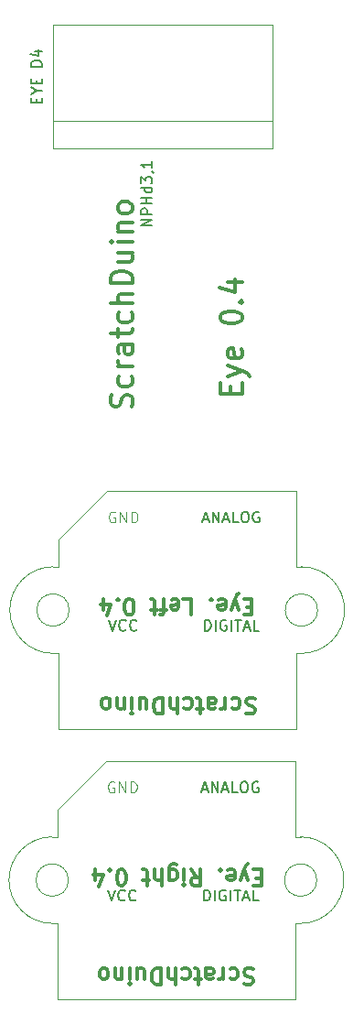
<source format=gbr>
G04 (created by PCBNEW (2013-may-18)-stable) date Пт 28 авг 2015 20:05:46*
%MOIN*%
G04 Gerber Fmt 3.4, Leading zero omitted, Abs format*
%FSLAX34Y34*%
G01*
G70*
G90*
G04 APERTURE LIST*
%ADD10C,0.00393701*%
%ADD11C,0.011811*%
%ADD12C,0.00590551*%
%ADD13C,0.00492126*%
G04 APERTURE END LIST*
G54D10*
G54D11*
X14227Y-26720D02*
X14030Y-26720D01*
X13946Y-26410D02*
X14227Y-26410D01*
X14227Y-27001D01*
X13946Y-27001D01*
X13749Y-26804D02*
X13609Y-26410D01*
X13468Y-26804D02*
X13609Y-26410D01*
X13665Y-26270D01*
X13693Y-26242D01*
X13749Y-26214D01*
X13018Y-26439D02*
X13074Y-26410D01*
X13187Y-26410D01*
X13243Y-26439D01*
X13271Y-26495D01*
X13271Y-26720D01*
X13243Y-26776D01*
X13187Y-26804D01*
X13074Y-26804D01*
X13018Y-26776D01*
X12990Y-26720D01*
X12990Y-26664D01*
X13271Y-26607D01*
X12737Y-26467D02*
X12709Y-26439D01*
X12737Y-26410D01*
X12765Y-26439D01*
X12737Y-26467D01*
X12737Y-26410D01*
X11724Y-26410D02*
X12006Y-26410D01*
X12006Y-27001D01*
X11303Y-26439D02*
X11359Y-26410D01*
X11471Y-26410D01*
X11528Y-26439D01*
X11556Y-26495D01*
X11556Y-26720D01*
X11528Y-26776D01*
X11471Y-26804D01*
X11359Y-26804D01*
X11303Y-26776D01*
X11275Y-26720D01*
X11275Y-26664D01*
X11556Y-26607D01*
X11106Y-26804D02*
X10881Y-26804D01*
X11021Y-26410D02*
X11021Y-26917D01*
X10993Y-26973D01*
X10937Y-27001D01*
X10881Y-27001D01*
X10768Y-26804D02*
X10543Y-26804D01*
X10684Y-27001D02*
X10684Y-26495D01*
X10656Y-26439D01*
X10600Y-26410D01*
X10543Y-26410D01*
X9784Y-27001D02*
X9728Y-27001D01*
X9672Y-26973D01*
X9643Y-26945D01*
X9615Y-26889D01*
X9587Y-26776D01*
X9587Y-26635D01*
X9615Y-26523D01*
X9643Y-26467D01*
X9672Y-26439D01*
X9728Y-26410D01*
X9784Y-26410D01*
X9840Y-26439D01*
X9868Y-26467D01*
X9897Y-26523D01*
X9925Y-26635D01*
X9925Y-26776D01*
X9897Y-26889D01*
X9868Y-26945D01*
X9840Y-26973D01*
X9784Y-27001D01*
X9334Y-26467D02*
X9306Y-26439D01*
X9334Y-26410D01*
X9362Y-26439D01*
X9334Y-26467D01*
X9334Y-26410D01*
X8800Y-26804D02*
X8800Y-26410D01*
X8940Y-27029D02*
X9081Y-26607D01*
X8715Y-26607D01*
X14348Y-30039D02*
X14263Y-30010D01*
X14123Y-30010D01*
X14066Y-30039D01*
X14038Y-30067D01*
X14010Y-30123D01*
X14010Y-30179D01*
X14038Y-30235D01*
X14066Y-30264D01*
X14123Y-30292D01*
X14235Y-30320D01*
X14291Y-30348D01*
X14319Y-30376D01*
X14348Y-30432D01*
X14348Y-30489D01*
X14319Y-30545D01*
X14291Y-30573D01*
X14235Y-30601D01*
X14094Y-30601D01*
X14010Y-30573D01*
X13504Y-30039D02*
X13560Y-30010D01*
X13673Y-30010D01*
X13729Y-30039D01*
X13757Y-30067D01*
X13785Y-30123D01*
X13785Y-30292D01*
X13757Y-30348D01*
X13729Y-30376D01*
X13673Y-30404D01*
X13560Y-30404D01*
X13504Y-30376D01*
X13251Y-30010D02*
X13251Y-30404D01*
X13251Y-30292D02*
X13223Y-30348D01*
X13195Y-30376D01*
X13138Y-30404D01*
X13082Y-30404D01*
X12632Y-30010D02*
X12632Y-30320D01*
X12660Y-30376D01*
X12717Y-30404D01*
X12829Y-30404D01*
X12885Y-30376D01*
X12632Y-30039D02*
X12688Y-30010D01*
X12829Y-30010D01*
X12885Y-30039D01*
X12913Y-30095D01*
X12913Y-30151D01*
X12885Y-30207D01*
X12829Y-30235D01*
X12688Y-30235D01*
X12632Y-30264D01*
X12435Y-30404D02*
X12210Y-30404D01*
X12351Y-30601D02*
X12351Y-30095D01*
X12323Y-30039D01*
X12267Y-30010D01*
X12210Y-30010D01*
X11760Y-30039D02*
X11817Y-30010D01*
X11929Y-30010D01*
X11985Y-30039D01*
X12014Y-30067D01*
X12042Y-30123D01*
X12042Y-30292D01*
X12014Y-30348D01*
X11985Y-30376D01*
X11929Y-30404D01*
X11817Y-30404D01*
X11760Y-30376D01*
X11507Y-30010D02*
X11507Y-30601D01*
X11254Y-30010D02*
X11254Y-30320D01*
X11282Y-30376D01*
X11339Y-30404D01*
X11423Y-30404D01*
X11479Y-30376D01*
X11507Y-30348D01*
X10973Y-30010D02*
X10973Y-30601D01*
X10832Y-30601D01*
X10748Y-30573D01*
X10692Y-30517D01*
X10664Y-30460D01*
X10636Y-30348D01*
X10636Y-30264D01*
X10664Y-30151D01*
X10692Y-30095D01*
X10748Y-30039D01*
X10832Y-30010D01*
X10973Y-30010D01*
X10129Y-30404D02*
X10129Y-30010D01*
X10382Y-30404D02*
X10382Y-30095D01*
X10354Y-30039D01*
X10298Y-30010D01*
X10214Y-30010D01*
X10157Y-30039D01*
X10129Y-30067D01*
X9848Y-30010D02*
X9848Y-30404D01*
X9848Y-30601D02*
X9876Y-30573D01*
X9848Y-30545D01*
X9820Y-30573D01*
X9848Y-30601D01*
X9848Y-30545D01*
X9567Y-30404D02*
X9567Y-30010D01*
X9567Y-30348D02*
X9539Y-30376D01*
X9483Y-30404D01*
X9398Y-30404D01*
X9342Y-30376D01*
X9314Y-30320D01*
X9314Y-30010D01*
X8948Y-30010D02*
X9005Y-30039D01*
X9033Y-30067D01*
X9061Y-30123D01*
X9061Y-30292D01*
X9033Y-30348D01*
X9005Y-30376D01*
X8948Y-30404D01*
X8864Y-30404D01*
X8808Y-30376D01*
X8780Y-30348D01*
X8751Y-30292D01*
X8751Y-30123D01*
X8780Y-30067D01*
X8808Y-30039D01*
X8864Y-30010D01*
X8948Y-30010D01*
X14564Y-36571D02*
X14367Y-36571D01*
X14283Y-36262D02*
X14564Y-36262D01*
X14564Y-36853D01*
X14283Y-36853D01*
X14086Y-36656D02*
X13945Y-36262D01*
X13805Y-36656D02*
X13945Y-36262D01*
X14001Y-36121D01*
X14029Y-36093D01*
X14086Y-36065D01*
X13355Y-36290D02*
X13411Y-36262D01*
X13523Y-36262D01*
X13580Y-36290D01*
X13608Y-36346D01*
X13608Y-36571D01*
X13580Y-36628D01*
X13523Y-36656D01*
X13411Y-36656D01*
X13355Y-36628D01*
X13326Y-36571D01*
X13326Y-36515D01*
X13608Y-36459D01*
X13073Y-36318D02*
X13045Y-36290D01*
X13073Y-36262D01*
X13101Y-36290D01*
X13073Y-36318D01*
X13073Y-36262D01*
X12005Y-36262D02*
X12202Y-36543D01*
X12342Y-36262D02*
X12342Y-36853D01*
X12117Y-36853D01*
X12061Y-36824D01*
X12033Y-36796D01*
X12005Y-36740D01*
X12005Y-36656D01*
X12033Y-36600D01*
X12061Y-36571D01*
X12117Y-36543D01*
X12342Y-36543D01*
X11752Y-36262D02*
X11752Y-36656D01*
X11752Y-36853D02*
X11780Y-36824D01*
X11752Y-36796D01*
X11724Y-36824D01*
X11752Y-36853D01*
X11752Y-36796D01*
X11217Y-36656D02*
X11217Y-36178D01*
X11245Y-36121D01*
X11274Y-36093D01*
X11330Y-36065D01*
X11414Y-36065D01*
X11470Y-36093D01*
X11217Y-36290D02*
X11274Y-36262D01*
X11386Y-36262D01*
X11442Y-36290D01*
X11470Y-36318D01*
X11499Y-36375D01*
X11499Y-36543D01*
X11470Y-36600D01*
X11442Y-36628D01*
X11386Y-36656D01*
X11274Y-36656D01*
X11217Y-36628D01*
X10936Y-36262D02*
X10936Y-36853D01*
X10683Y-36262D02*
X10683Y-36571D01*
X10711Y-36628D01*
X10767Y-36656D01*
X10852Y-36656D01*
X10908Y-36628D01*
X10936Y-36600D01*
X10486Y-36656D02*
X10261Y-36656D01*
X10402Y-36853D02*
X10402Y-36346D01*
X10374Y-36290D01*
X10317Y-36262D01*
X10261Y-36262D01*
X9502Y-36853D02*
X9446Y-36853D01*
X9389Y-36824D01*
X9361Y-36796D01*
X9333Y-36740D01*
X9305Y-36628D01*
X9305Y-36487D01*
X9333Y-36375D01*
X9361Y-36318D01*
X9389Y-36290D01*
X9446Y-36262D01*
X9502Y-36262D01*
X9558Y-36290D01*
X9586Y-36318D01*
X9614Y-36375D01*
X9643Y-36487D01*
X9643Y-36628D01*
X9614Y-36740D01*
X9586Y-36796D01*
X9558Y-36824D01*
X9502Y-36853D01*
X9052Y-36318D02*
X9024Y-36290D01*
X9052Y-36262D01*
X9080Y-36290D01*
X9052Y-36318D01*
X9052Y-36262D01*
X8518Y-36656D02*
X8518Y-36262D01*
X8658Y-36881D02*
X8799Y-36459D01*
X8433Y-36459D01*
X14275Y-39890D02*
X14190Y-39862D01*
X14050Y-39862D01*
X13994Y-39890D01*
X13965Y-39918D01*
X13937Y-39975D01*
X13937Y-40031D01*
X13965Y-40087D01*
X13994Y-40115D01*
X14050Y-40143D01*
X14162Y-40171D01*
X14219Y-40200D01*
X14247Y-40228D01*
X14275Y-40284D01*
X14275Y-40340D01*
X14247Y-40396D01*
X14219Y-40424D01*
X14162Y-40453D01*
X14022Y-40453D01*
X13937Y-40424D01*
X13431Y-39890D02*
X13487Y-39862D01*
X13600Y-39862D01*
X13656Y-39890D01*
X13684Y-39918D01*
X13712Y-39975D01*
X13712Y-40143D01*
X13684Y-40200D01*
X13656Y-40228D01*
X13600Y-40256D01*
X13487Y-40256D01*
X13431Y-40228D01*
X13178Y-39862D02*
X13178Y-40256D01*
X13178Y-40143D02*
X13150Y-40200D01*
X13122Y-40228D01*
X13066Y-40256D01*
X13009Y-40256D01*
X12559Y-39862D02*
X12559Y-40171D01*
X12587Y-40228D01*
X12644Y-40256D01*
X12756Y-40256D01*
X12812Y-40228D01*
X12559Y-39890D02*
X12616Y-39862D01*
X12756Y-39862D01*
X12812Y-39890D01*
X12841Y-39946D01*
X12841Y-40003D01*
X12812Y-40059D01*
X12756Y-40087D01*
X12616Y-40087D01*
X12559Y-40115D01*
X12362Y-40256D02*
X12138Y-40256D01*
X12278Y-40453D02*
X12278Y-39946D01*
X12250Y-39890D01*
X12194Y-39862D01*
X12138Y-39862D01*
X11688Y-39890D02*
X11744Y-39862D01*
X11856Y-39862D01*
X11913Y-39890D01*
X11941Y-39918D01*
X11969Y-39975D01*
X11969Y-40143D01*
X11941Y-40200D01*
X11913Y-40228D01*
X11856Y-40256D01*
X11744Y-40256D01*
X11688Y-40228D01*
X11434Y-39862D02*
X11434Y-40453D01*
X11181Y-39862D02*
X11181Y-40171D01*
X11210Y-40228D01*
X11266Y-40256D01*
X11350Y-40256D01*
X11406Y-40228D01*
X11434Y-40200D01*
X10900Y-39862D02*
X10900Y-40453D01*
X10760Y-40453D01*
X10675Y-40424D01*
X10619Y-40368D01*
X10591Y-40312D01*
X10563Y-40200D01*
X10563Y-40115D01*
X10591Y-40003D01*
X10619Y-39946D01*
X10675Y-39890D01*
X10760Y-39862D01*
X10900Y-39862D01*
X10057Y-40256D02*
X10057Y-39862D01*
X10310Y-40256D02*
X10310Y-39946D01*
X10282Y-39890D01*
X10225Y-39862D01*
X10141Y-39862D01*
X10085Y-39890D01*
X10057Y-39918D01*
X9775Y-39862D02*
X9775Y-40256D01*
X9775Y-40453D02*
X9803Y-40424D01*
X9775Y-40396D01*
X9747Y-40424D01*
X9775Y-40453D01*
X9775Y-40396D01*
X9494Y-40256D02*
X9494Y-39862D01*
X9494Y-40200D02*
X9466Y-40228D01*
X9410Y-40256D01*
X9325Y-40256D01*
X9269Y-40228D01*
X9241Y-40171D01*
X9241Y-39862D01*
X8875Y-39862D02*
X8932Y-39890D01*
X8960Y-39918D01*
X8988Y-39975D01*
X8988Y-40143D01*
X8960Y-40200D01*
X8932Y-40228D01*
X8875Y-40256D01*
X8791Y-40256D01*
X8735Y-40228D01*
X8707Y-40200D01*
X8679Y-40143D01*
X8679Y-39975D01*
X8707Y-39918D01*
X8735Y-39890D01*
X8791Y-39862D01*
X8875Y-39862D01*
X13456Y-18943D02*
X13456Y-18681D01*
X13868Y-18568D02*
X13868Y-18943D01*
X13081Y-18943D01*
X13081Y-18568D01*
X13343Y-18306D02*
X13868Y-18118D01*
X13343Y-17931D02*
X13868Y-18118D01*
X14056Y-18193D01*
X14093Y-18231D01*
X14131Y-18306D01*
X13831Y-17331D02*
X13868Y-17406D01*
X13868Y-17556D01*
X13831Y-17631D01*
X13756Y-17668D01*
X13456Y-17668D01*
X13381Y-17631D01*
X13343Y-17556D01*
X13343Y-17406D01*
X13381Y-17331D01*
X13456Y-17293D01*
X13531Y-17293D01*
X13606Y-17668D01*
X13081Y-16206D02*
X13081Y-16131D01*
X13118Y-16056D01*
X13156Y-16018D01*
X13231Y-15981D01*
X13381Y-15943D01*
X13568Y-15943D01*
X13718Y-15981D01*
X13793Y-16018D01*
X13831Y-16056D01*
X13868Y-16131D01*
X13868Y-16206D01*
X13831Y-16281D01*
X13793Y-16318D01*
X13718Y-16356D01*
X13568Y-16393D01*
X13381Y-16393D01*
X13231Y-16356D01*
X13156Y-16318D01*
X13118Y-16281D01*
X13081Y-16206D01*
X13793Y-15606D02*
X13831Y-15568D01*
X13868Y-15606D01*
X13831Y-15643D01*
X13793Y-15606D01*
X13868Y-15606D01*
X13343Y-14894D02*
X13868Y-14894D01*
X13043Y-15081D02*
X13606Y-15268D01*
X13606Y-14781D01*
X9831Y-19430D02*
X9868Y-19318D01*
X9868Y-19130D01*
X9831Y-19055D01*
X9793Y-19018D01*
X9718Y-18980D01*
X9643Y-18980D01*
X9568Y-19018D01*
X9531Y-19055D01*
X9493Y-19130D01*
X9456Y-19280D01*
X9418Y-19355D01*
X9381Y-19393D01*
X9306Y-19430D01*
X9231Y-19430D01*
X9156Y-19393D01*
X9118Y-19355D01*
X9081Y-19280D01*
X9081Y-19093D01*
X9118Y-18980D01*
X9831Y-18305D02*
X9868Y-18380D01*
X9868Y-18530D01*
X9831Y-18605D01*
X9793Y-18643D01*
X9718Y-18680D01*
X9493Y-18680D01*
X9418Y-18643D01*
X9381Y-18605D01*
X9343Y-18530D01*
X9343Y-18380D01*
X9381Y-18305D01*
X9868Y-17968D02*
X9343Y-17968D01*
X9493Y-17968D02*
X9418Y-17930D01*
X9381Y-17893D01*
X9343Y-17818D01*
X9343Y-17743D01*
X9868Y-17143D02*
X9456Y-17143D01*
X9381Y-17181D01*
X9343Y-17256D01*
X9343Y-17406D01*
X9381Y-17481D01*
X9831Y-17143D02*
X9868Y-17218D01*
X9868Y-17406D01*
X9831Y-17481D01*
X9756Y-17518D01*
X9681Y-17518D01*
X9606Y-17481D01*
X9568Y-17406D01*
X9568Y-17218D01*
X9531Y-17143D01*
X9343Y-16881D02*
X9343Y-16581D01*
X9081Y-16768D02*
X9756Y-16768D01*
X9831Y-16731D01*
X9868Y-16656D01*
X9868Y-16581D01*
X9831Y-15981D02*
X9868Y-16056D01*
X9868Y-16206D01*
X9831Y-16281D01*
X9793Y-16318D01*
X9718Y-16356D01*
X9493Y-16356D01*
X9418Y-16318D01*
X9381Y-16281D01*
X9343Y-16206D01*
X9343Y-16056D01*
X9381Y-15981D01*
X9868Y-15643D02*
X9081Y-15643D01*
X9868Y-15306D02*
X9456Y-15306D01*
X9381Y-15343D01*
X9343Y-15418D01*
X9343Y-15531D01*
X9381Y-15606D01*
X9418Y-15643D01*
X9868Y-14931D02*
X9081Y-14931D01*
X9081Y-14743D01*
X9118Y-14631D01*
X9193Y-14556D01*
X9268Y-14518D01*
X9418Y-14481D01*
X9531Y-14481D01*
X9681Y-14518D01*
X9756Y-14556D01*
X9831Y-14631D01*
X9868Y-14743D01*
X9868Y-14931D01*
X9343Y-13806D02*
X9868Y-13806D01*
X9343Y-14143D02*
X9756Y-14143D01*
X9831Y-14106D01*
X9868Y-14031D01*
X9868Y-13918D01*
X9831Y-13843D01*
X9793Y-13806D01*
X9868Y-13431D02*
X9343Y-13431D01*
X9081Y-13431D02*
X9118Y-13469D01*
X9156Y-13431D01*
X9118Y-13394D01*
X9081Y-13431D01*
X9156Y-13431D01*
X9343Y-13056D02*
X9868Y-13056D01*
X9418Y-13056D02*
X9381Y-13019D01*
X9343Y-12944D01*
X9343Y-12831D01*
X9381Y-12756D01*
X9456Y-12719D01*
X9868Y-12719D01*
X9868Y-12231D02*
X9831Y-12306D01*
X9793Y-12344D01*
X9718Y-12381D01*
X9493Y-12381D01*
X9418Y-12344D01*
X9381Y-12306D01*
X9343Y-12231D01*
X9343Y-12119D01*
X9381Y-12044D01*
X9418Y-12006D01*
X9493Y-11969D01*
X9718Y-11969D01*
X9793Y-12006D01*
X9831Y-12044D01*
X9868Y-12119D01*
X9868Y-12231D01*
G54D10*
X16032Y-25246D02*
X15835Y-25246D01*
X15835Y-25246D02*
X15835Y-22490D01*
X15835Y-31152D02*
X15835Y-28396D01*
X15835Y-28396D02*
X16032Y-28396D01*
X6977Y-28396D02*
X7174Y-28396D01*
X7174Y-28396D02*
X7174Y-31152D01*
X6977Y-25246D02*
X7174Y-25246D01*
X7174Y-25246D02*
X7174Y-24459D01*
X16032Y-28396D02*
G75*
G03X17607Y-26821I0J1574D01*
G74*
G01*
X17607Y-26821D02*
G75*
G03X16032Y-25246I-1574J0D01*
G74*
G01*
X5402Y-26821D02*
G75*
G03X6977Y-28396I1574J0D01*
G74*
G01*
X6977Y-25246D02*
G75*
G03X5402Y-26821I0J-1574D01*
G74*
G01*
X7567Y-26821D02*
G75*
G03X7567Y-26821I-590J0D01*
G74*
G01*
X16622Y-26821D02*
G75*
G03X16622Y-26821I-590J0D01*
G74*
G01*
X7174Y-24459D02*
X7174Y-24262D01*
X7174Y-24262D02*
X8945Y-22490D01*
X8945Y-22490D02*
X15835Y-22490D01*
X15835Y-31152D02*
X7174Y-31152D01*
X16002Y-35073D02*
X15805Y-35073D01*
X15805Y-35073D02*
X15805Y-32317D01*
X15805Y-40979D02*
X15805Y-38223D01*
X15805Y-38223D02*
X16002Y-38223D01*
X6947Y-38223D02*
X7144Y-38223D01*
X7144Y-38223D02*
X7144Y-40979D01*
X6947Y-35073D02*
X7144Y-35073D01*
X7144Y-35073D02*
X7144Y-34286D01*
X16002Y-38223D02*
G75*
G03X17577Y-36648I0J1574D01*
G74*
G01*
X17577Y-36648D02*
G75*
G03X16002Y-35073I-1574J0D01*
G74*
G01*
X5372Y-36648D02*
G75*
G03X6947Y-38223I1574J0D01*
G74*
G01*
X6947Y-35073D02*
G75*
G03X5372Y-36648I0J-1574D01*
G74*
G01*
X7537Y-36648D02*
G75*
G03X7537Y-36648I-590J0D01*
G74*
G01*
X16592Y-36648D02*
G75*
G03X16592Y-36648I-590J0D01*
G74*
G01*
X7144Y-34286D02*
X7144Y-34089D01*
X7144Y-34089D02*
X8915Y-32317D01*
X8915Y-32317D02*
X15805Y-32317D01*
X15805Y-40979D02*
X7144Y-40979D01*
X14982Y-9035D02*
X6982Y-9035D01*
X14982Y-9035D02*
X14982Y-5535D01*
X14982Y-5535D02*
X6982Y-5535D01*
X6982Y-5535D02*
X6982Y-10035D01*
X6982Y-10035D02*
X14982Y-10035D01*
X14982Y-10035D02*
X14982Y-9035D01*
G54D12*
X12507Y-27571D02*
X12507Y-27177D01*
X12601Y-27177D01*
X12657Y-27196D01*
X12695Y-27234D01*
X12713Y-27271D01*
X12732Y-27346D01*
X12732Y-27402D01*
X12713Y-27477D01*
X12695Y-27515D01*
X12657Y-27552D01*
X12601Y-27571D01*
X12507Y-27571D01*
X12901Y-27571D02*
X12901Y-27177D01*
X13295Y-27196D02*
X13257Y-27177D01*
X13201Y-27177D01*
X13145Y-27196D01*
X13107Y-27234D01*
X13088Y-27271D01*
X13070Y-27346D01*
X13070Y-27402D01*
X13088Y-27477D01*
X13107Y-27515D01*
X13145Y-27552D01*
X13201Y-27571D01*
X13238Y-27571D01*
X13295Y-27552D01*
X13313Y-27534D01*
X13313Y-27402D01*
X13238Y-27402D01*
X13482Y-27571D02*
X13482Y-27177D01*
X13613Y-27177D02*
X13838Y-27177D01*
X13726Y-27571D02*
X13726Y-27177D01*
X13951Y-27459D02*
X14138Y-27459D01*
X13913Y-27571D02*
X14045Y-27177D01*
X14176Y-27571D01*
X14494Y-27571D02*
X14307Y-27571D01*
X14307Y-27177D01*
X9011Y-27177D02*
X9142Y-27571D01*
X9273Y-27177D01*
X9629Y-27534D02*
X9611Y-27552D01*
X9554Y-27571D01*
X9517Y-27571D01*
X9461Y-27552D01*
X9423Y-27515D01*
X9404Y-27477D01*
X9386Y-27402D01*
X9386Y-27346D01*
X9404Y-27271D01*
X9423Y-27234D01*
X9461Y-27196D01*
X9517Y-27177D01*
X9554Y-27177D01*
X9611Y-27196D01*
X9629Y-27215D01*
X10023Y-27534D02*
X10004Y-27552D01*
X9948Y-27571D01*
X9911Y-27571D01*
X9854Y-27552D01*
X9817Y-27515D01*
X9798Y-27477D01*
X9779Y-27402D01*
X9779Y-27346D01*
X9798Y-27271D01*
X9817Y-27234D01*
X9854Y-27196D01*
X9911Y-27177D01*
X9948Y-27177D01*
X10004Y-27196D01*
X10023Y-27215D01*
X12442Y-23522D02*
X12629Y-23522D01*
X12404Y-23634D02*
X12535Y-23240D01*
X12667Y-23634D01*
X12798Y-23634D02*
X12798Y-23240D01*
X13023Y-23634D01*
X13023Y-23240D01*
X13192Y-23522D02*
X13379Y-23522D01*
X13154Y-23634D02*
X13285Y-23240D01*
X13416Y-23634D01*
X13735Y-23634D02*
X13548Y-23634D01*
X13548Y-23240D01*
X13941Y-23240D02*
X14016Y-23240D01*
X14054Y-23259D01*
X14091Y-23297D01*
X14110Y-23372D01*
X14110Y-23503D01*
X14091Y-23578D01*
X14054Y-23615D01*
X14016Y-23634D01*
X13941Y-23634D01*
X13904Y-23615D01*
X13866Y-23578D01*
X13848Y-23503D01*
X13848Y-23372D01*
X13866Y-23297D01*
X13904Y-23259D01*
X13941Y-23240D01*
X14485Y-23259D02*
X14448Y-23240D01*
X14391Y-23240D01*
X14335Y-23259D01*
X14298Y-23297D01*
X14279Y-23334D01*
X14260Y-23409D01*
X14260Y-23465D01*
X14279Y-23540D01*
X14298Y-23578D01*
X14335Y-23615D01*
X14391Y-23634D01*
X14429Y-23634D01*
X14485Y-23615D01*
X14504Y-23597D01*
X14504Y-23465D01*
X14429Y-23465D01*
G54D13*
X9236Y-23259D02*
X9198Y-23240D01*
X9142Y-23240D01*
X9086Y-23259D01*
X9048Y-23297D01*
X9030Y-23334D01*
X9011Y-23409D01*
X9011Y-23465D01*
X9030Y-23540D01*
X9048Y-23578D01*
X9086Y-23615D01*
X9142Y-23634D01*
X9180Y-23634D01*
X9236Y-23615D01*
X9255Y-23597D01*
X9255Y-23465D01*
X9180Y-23465D01*
X9423Y-23634D02*
X9423Y-23240D01*
X9648Y-23634D01*
X9648Y-23240D01*
X9836Y-23634D02*
X9836Y-23240D01*
X9929Y-23240D01*
X9986Y-23259D01*
X10023Y-23297D01*
X10042Y-23334D01*
X10061Y-23409D01*
X10061Y-23465D01*
X10042Y-23540D01*
X10023Y-23578D01*
X9986Y-23615D01*
X9929Y-23634D01*
X9836Y-23634D01*
G54D12*
X12477Y-37398D02*
X12477Y-37004D01*
X12571Y-37004D01*
X12627Y-37023D01*
X12665Y-37060D01*
X12684Y-37098D01*
X12702Y-37173D01*
X12702Y-37229D01*
X12684Y-37304D01*
X12665Y-37342D01*
X12627Y-37379D01*
X12571Y-37398D01*
X12477Y-37398D01*
X12871Y-37398D02*
X12871Y-37004D01*
X13265Y-37023D02*
X13227Y-37004D01*
X13171Y-37004D01*
X13115Y-37023D01*
X13077Y-37060D01*
X13058Y-37098D01*
X13040Y-37173D01*
X13040Y-37229D01*
X13058Y-37304D01*
X13077Y-37342D01*
X13115Y-37379D01*
X13171Y-37398D01*
X13208Y-37398D01*
X13265Y-37379D01*
X13283Y-37360D01*
X13283Y-37229D01*
X13208Y-37229D01*
X13452Y-37398D02*
X13452Y-37004D01*
X13583Y-37004D02*
X13808Y-37004D01*
X13696Y-37398D02*
X13696Y-37004D01*
X13921Y-37285D02*
X14108Y-37285D01*
X13883Y-37398D02*
X14015Y-37004D01*
X14146Y-37398D01*
X14465Y-37398D02*
X14277Y-37398D01*
X14277Y-37004D01*
X8981Y-37004D02*
X9112Y-37398D01*
X9243Y-37004D01*
X9600Y-37360D02*
X9581Y-37379D01*
X9525Y-37398D01*
X9487Y-37398D01*
X9431Y-37379D01*
X9393Y-37342D01*
X9375Y-37304D01*
X9356Y-37229D01*
X9356Y-37173D01*
X9375Y-37098D01*
X9393Y-37060D01*
X9431Y-37023D01*
X9487Y-37004D01*
X9525Y-37004D01*
X9581Y-37023D01*
X9600Y-37042D01*
X9993Y-37360D02*
X9974Y-37379D01*
X9918Y-37398D01*
X9881Y-37398D01*
X9825Y-37379D01*
X9787Y-37342D01*
X9768Y-37304D01*
X9750Y-37229D01*
X9750Y-37173D01*
X9768Y-37098D01*
X9787Y-37060D01*
X9825Y-37023D01*
X9881Y-37004D01*
X9918Y-37004D01*
X9974Y-37023D01*
X9993Y-37042D01*
X12412Y-33348D02*
X12599Y-33348D01*
X12374Y-33461D02*
X12505Y-33067D01*
X12637Y-33461D01*
X12768Y-33461D02*
X12768Y-33067D01*
X12993Y-33461D01*
X12993Y-33067D01*
X13162Y-33348D02*
X13349Y-33348D01*
X13124Y-33461D02*
X13255Y-33067D01*
X13387Y-33461D01*
X13705Y-33461D02*
X13518Y-33461D01*
X13518Y-33067D01*
X13911Y-33067D02*
X13986Y-33067D01*
X14024Y-33086D01*
X14061Y-33123D01*
X14080Y-33198D01*
X14080Y-33330D01*
X14061Y-33405D01*
X14024Y-33442D01*
X13986Y-33461D01*
X13911Y-33461D01*
X13874Y-33442D01*
X13837Y-33405D01*
X13818Y-33330D01*
X13818Y-33198D01*
X13837Y-33123D01*
X13874Y-33086D01*
X13911Y-33067D01*
X14455Y-33086D02*
X14418Y-33067D01*
X14361Y-33067D01*
X14305Y-33086D01*
X14268Y-33123D01*
X14249Y-33161D01*
X14230Y-33236D01*
X14230Y-33292D01*
X14249Y-33367D01*
X14268Y-33405D01*
X14305Y-33442D01*
X14361Y-33461D01*
X14399Y-33461D01*
X14455Y-33442D01*
X14474Y-33423D01*
X14474Y-33292D01*
X14399Y-33292D01*
G54D13*
X9206Y-33086D02*
X9168Y-33067D01*
X9112Y-33067D01*
X9056Y-33086D01*
X9018Y-33123D01*
X9000Y-33161D01*
X8981Y-33236D01*
X8981Y-33292D01*
X9000Y-33367D01*
X9018Y-33405D01*
X9056Y-33442D01*
X9112Y-33461D01*
X9150Y-33461D01*
X9206Y-33442D01*
X9225Y-33423D01*
X9225Y-33292D01*
X9150Y-33292D01*
X9393Y-33461D02*
X9393Y-33067D01*
X9618Y-33461D01*
X9618Y-33067D01*
X9806Y-33461D02*
X9806Y-33067D01*
X9900Y-33067D01*
X9956Y-33086D01*
X9993Y-33123D01*
X10012Y-33161D01*
X10031Y-33236D01*
X10031Y-33292D01*
X10012Y-33367D01*
X9993Y-33405D01*
X9956Y-33442D01*
X9900Y-33461D01*
X9806Y-33461D01*
G54D12*
X6569Y-7041D02*
X6175Y-7041D01*
X6175Y-6947D01*
X6194Y-6891D01*
X6231Y-6853D01*
X6269Y-6835D01*
X6344Y-6816D01*
X6400Y-6816D01*
X6475Y-6835D01*
X6512Y-6853D01*
X6550Y-6891D01*
X6569Y-6947D01*
X6569Y-7041D01*
X6306Y-6478D02*
X6569Y-6478D01*
X6156Y-6572D02*
X6437Y-6666D01*
X6437Y-6422D01*
X6362Y-8363D02*
X6362Y-8231D01*
X6569Y-8175D02*
X6569Y-8363D01*
X6175Y-8363D01*
X6175Y-8175D01*
X6381Y-7931D02*
X6569Y-7931D01*
X6175Y-8063D02*
X6381Y-7931D01*
X6175Y-7800D01*
X6362Y-7669D02*
X6362Y-7538D01*
X6569Y-7481D02*
X6569Y-7669D01*
X6175Y-7669D01*
X6175Y-7481D01*
X10587Y-12834D02*
X10193Y-12834D01*
X10587Y-12609D01*
X10193Y-12609D01*
X10587Y-12421D02*
X10193Y-12421D01*
X10193Y-12271D01*
X10212Y-12234D01*
X10231Y-12215D01*
X10268Y-12196D01*
X10324Y-12196D01*
X10362Y-12215D01*
X10381Y-12234D01*
X10399Y-12271D01*
X10399Y-12421D01*
X10587Y-12028D02*
X10193Y-12028D01*
X10381Y-12028D02*
X10381Y-11803D01*
X10587Y-11803D02*
X10193Y-11803D01*
X10587Y-11447D02*
X10193Y-11447D01*
X10568Y-11447D02*
X10587Y-11484D01*
X10587Y-11559D01*
X10568Y-11597D01*
X10549Y-11615D01*
X10512Y-11634D01*
X10399Y-11634D01*
X10362Y-11615D01*
X10343Y-11597D01*
X10324Y-11559D01*
X10324Y-11484D01*
X10343Y-11447D01*
X10193Y-11297D02*
X10193Y-11053D01*
X10343Y-11184D01*
X10343Y-11128D01*
X10362Y-11090D01*
X10381Y-11072D01*
X10418Y-11053D01*
X10512Y-11053D01*
X10549Y-11072D01*
X10568Y-11090D01*
X10587Y-11128D01*
X10587Y-11240D01*
X10568Y-11278D01*
X10549Y-11297D01*
X10568Y-10865D02*
X10587Y-10865D01*
X10624Y-10884D01*
X10643Y-10903D01*
X10587Y-10490D02*
X10587Y-10715D01*
X10587Y-10603D02*
X10193Y-10603D01*
X10249Y-10640D01*
X10287Y-10678D01*
X10306Y-10715D01*
M02*

</source>
